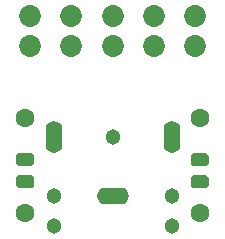
<source format=gbr>
G04 #@! TF.GenerationSoftware,KiCad,Pcbnew,(5.1.10-1-10_14)*
G04 #@! TF.CreationDate,2021-10-22T13:12:01-04:00*
G04 #@! TF.ProjectId,Extron Audio 3.5mm Adapter,45787472-6f6e-4204-9175-64696f20332e,1*
G04 #@! TF.SameCoordinates,Original*
G04 #@! TF.FileFunction,Soldermask,Top*
G04 #@! TF.FilePolarity,Negative*
%FSLAX46Y46*%
G04 Gerber Fmt 4.6, Leading zero omitted, Abs format (unit mm)*
G04 Created by KiCad (PCBNEW (5.1.10-1-10_14)) date 2021-10-22 13:12:01*
%MOMM*%
%LPD*%
G01*
G04 APERTURE LIST*
%ADD10O,2.717600X1.409600*%
%ADD11O,1.409600X2.717600*%
%ADD12C,1.301600*%
%ADD13C,1.851600*%
%ADD14C,1.601600*%
G04 APERTURE END LIST*
D10*
X145460000Y-117400000D03*
D11*
X150460000Y-112400000D03*
X140460000Y-112400000D03*
D12*
X140460000Y-119900000D03*
X140460000Y-117400000D03*
X145460000Y-112400000D03*
X150460000Y-119900000D03*
X150460000Y-117400000D03*
D13*
X138460000Y-102190000D03*
X141960000Y-102190000D03*
X145460000Y-102190000D03*
X148960000Y-102190000D03*
X152460000Y-102190000D03*
X138460000Y-104690000D03*
X141960000Y-104690000D03*
X145460000Y-104690000D03*
X148960000Y-104690000D03*
X152460000Y-104690000D03*
G36*
G01*
X152267488Y-113774200D02*
X153392512Y-113774200D01*
G75*
G02*
X153590800Y-113972488I0J-198288D01*
G01*
X153590800Y-114677512D01*
G75*
G02*
X153392512Y-114875800I-198288J0D01*
G01*
X152267488Y-114875800D01*
G75*
G02*
X152069200Y-114677512I0J198288D01*
G01*
X152069200Y-113972488D01*
G75*
G02*
X152267488Y-113774200I198288J0D01*
G01*
G37*
G36*
G01*
X152267488Y-115644200D02*
X153392512Y-115644200D01*
G75*
G02*
X153590800Y-115842488I0J-198288D01*
G01*
X153590800Y-116547512D01*
G75*
G02*
X153392512Y-116745800I-198288J0D01*
G01*
X152267488Y-116745800D01*
G75*
G02*
X152069200Y-116547512I0J198288D01*
G01*
X152069200Y-115842488D01*
G75*
G02*
X152267488Y-115644200I198288J0D01*
G01*
G37*
G36*
G01*
X137507488Y-113754200D02*
X138632512Y-113754200D01*
G75*
G02*
X138830800Y-113952488I0J-198288D01*
G01*
X138830800Y-114657512D01*
G75*
G02*
X138632512Y-114855800I-198288J0D01*
G01*
X137507488Y-114855800D01*
G75*
G02*
X137309200Y-114657512I0J198288D01*
G01*
X137309200Y-113952488D01*
G75*
G02*
X137507488Y-113754200I198288J0D01*
G01*
G37*
G36*
G01*
X137507488Y-115624200D02*
X138632512Y-115624200D01*
G75*
G02*
X138830800Y-115822488I0J-198288D01*
G01*
X138830800Y-116527512D01*
G75*
G02*
X138632512Y-116725800I-198288J0D01*
G01*
X137507488Y-116725800D01*
G75*
G02*
X137309200Y-116527512I0J198288D01*
G01*
X137309200Y-115822488D01*
G75*
G02*
X137507488Y-115624200I198288J0D01*
G01*
G37*
D14*
X152830000Y-118790000D03*
X152830000Y-110790000D03*
X138080000Y-118800000D03*
X138080000Y-110800000D03*
M02*

</source>
